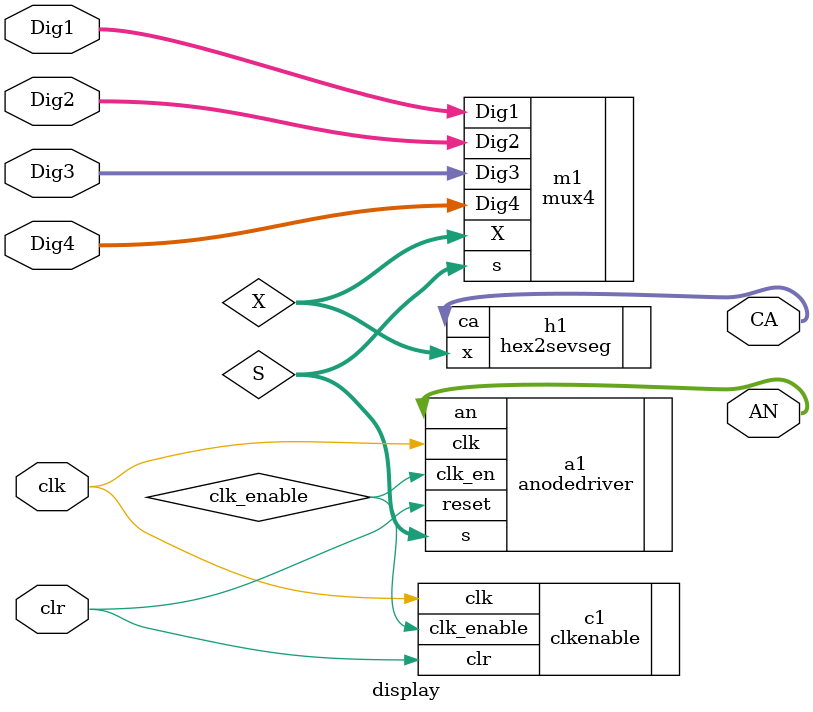
<source format=v>
`timescale 1ns / 1ps


module display(
    input wire clk,
    input wire clr,
    input wire [3:0]Dig1,
    input wire [3:0]Dig2,
    input wire [3:0]Dig3,
    input wire [3:0]Dig4,
    output [3:0]AN,
    output [6:0]CA
    );
    
    wire clk_enable;
    wire [1:0]S;
    wire [3:0]X;
    
    clkenable c1(.clk(clk), .clr(clr), .clk_enable(clk_enable));
    anodedriver a1(.clk(clk), .reset(clr), .clk_en(clk_enable), .s(S), .an(AN));
    mux4 m1(.s(S), .Dig1(Dig1), .Dig2(Dig2), .Dig3(Dig3), .Dig4(Dig4), .X(X));
    hex2sevseg h1(.x(X), .ca(CA));
    
endmodule

</source>
